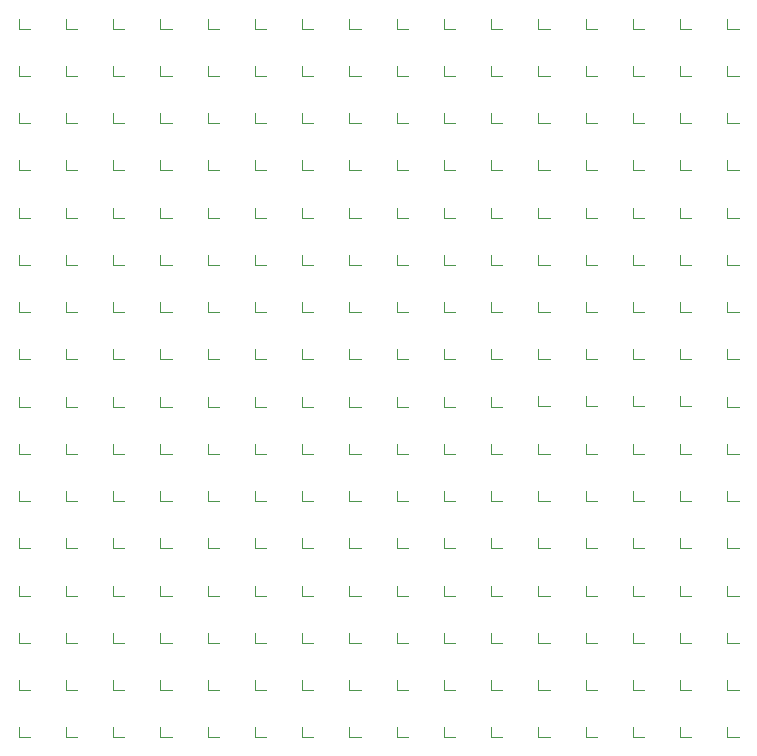
<source format=gbr>
%TF.GenerationSoftware,KiCad,Pcbnew,7.0.5*%
%TF.CreationDate,2023-09-21T19:27:35-05:00*%
%TF.ProjectId,KiCadPanel,4b694361-6450-4616-9e65-6c2e6b696361,rev?*%
%TF.SameCoordinates,Original*%
%TF.FileFunction,Legend,Bot*%
%TF.FilePolarity,Positive*%
%FSLAX46Y46*%
G04 Gerber Fmt 4.6, Leading zero omitted, Abs format (unit mm)*
G04 Created by KiCad (PCBNEW 7.0.5) date 2023-09-21 19:27:35*
%MOMM*%
%LPD*%
G01*
G04 APERTURE LIST*
%ADD10C,0.100000*%
G04 APERTURE END LIST*
D10*
%TO.C,U169*%
X141560000Y-69070000D02*
X140610000Y-69070000D01*
X140610000Y-68220000D02*
X140610000Y-69070000D01*
%TO.C,U335*%
X117560000Y-109070000D02*
X116610000Y-109070000D01*
X116610000Y-108220000D02*
X116610000Y-109070000D01*
%TO.C,U215*%
X149560000Y-81070000D02*
X148610000Y-81070000D01*
X148610000Y-80220000D02*
X148610000Y-81070000D01*
%TO.C,U205*%
X125560000Y-77070000D02*
X124610000Y-77070000D01*
X124610000Y-76220000D02*
X124610000Y-77070000D01*
%TO.C,U165*%
X157560000Y-69070000D02*
X156610000Y-69070000D01*
X156610000Y-68220000D02*
X156610000Y-69070000D01*
%TO.C,U118*%
X153560000Y-57070000D02*
X152610000Y-57070000D01*
X152610000Y-56220000D02*
X152610000Y-57070000D01*
%TO.C,U274*%
X105560000Y-93070000D02*
X104610000Y-93070000D01*
X104610000Y-92220000D02*
X104610000Y-93070000D01*
%TO.C,U331*%
X133560000Y-109070000D02*
X132610000Y-109070000D01*
X132610000Y-108220000D02*
X132610000Y-109070000D01*
%TO.C,U113*%
X109560000Y-53070000D02*
X108610000Y-53070000D01*
X108610000Y-52220000D02*
X108610000Y-53070000D01*
%TO.C,U227*%
X101560000Y-81070000D02*
X100610000Y-81070000D01*
X100610000Y-80220000D02*
X100610000Y-81070000D01*
%TO.C,U155*%
X133560000Y-65070000D02*
X132610000Y-65070000D01*
X132610000Y-64220000D02*
X132610000Y-65070000D01*
%TO.C,U319*%
X117560000Y-105070000D02*
X116610000Y-105070000D01*
X116610000Y-104220000D02*
X116610000Y-105070000D01*
%TO.C,U123*%
X133560000Y-57070000D02*
X132610000Y-57070000D01*
X132610000Y-56220000D02*
X132610000Y-57070000D01*
%TO.C,U261*%
X157560000Y-93070000D02*
X156610000Y-93070000D01*
X156610000Y-92220000D02*
X156610000Y-93070000D01*
%TO.C,U271*%
X117560000Y-93070000D02*
X116610000Y-93070000D01*
X116610000Y-92220000D02*
X116610000Y-93070000D01*
%TO.C,U353*%
X109560000Y-113070000D02*
X108610000Y-113070000D01*
X108610000Y-112220000D02*
X108610000Y-113070000D01*
%TO.C,U219*%
X133560000Y-81070000D02*
X132610000Y-81070000D01*
X132610000Y-80220000D02*
X132610000Y-81070000D01*
%TO.C,U210*%
X105560000Y-77070000D02*
X104610000Y-77070000D01*
X104610000Y-76220000D02*
X104610000Y-77070000D01*
%TO.C,U350*%
X121560000Y-113070000D02*
X120610000Y-113070000D01*
X120610000Y-112220000D02*
X120610000Y-113070000D01*
%TO.C,U160*%
X113560000Y-65070000D02*
X112610000Y-65070000D01*
X112610000Y-64220000D02*
X112610000Y-65070000D01*
%TO.C,U243*%
X101560000Y-85070000D02*
X100610000Y-85070000D01*
X100610000Y-84220000D02*
X100610000Y-85070000D01*
%TO.C,U174*%
X121560000Y-69070000D02*
X120610000Y-69070000D01*
X120610000Y-68220000D02*
X120610000Y-69070000D01*
%TO.C,U299*%
X133560000Y-101070000D02*
X132610000Y-101070000D01*
X132610000Y-100220000D02*
X132610000Y-101070000D01*
%TO.C,U229*%
X157560000Y-85050000D02*
X156610000Y-85050000D01*
X156610000Y-84200000D02*
X156610000Y-85050000D01*
%TO.C,U122*%
X137560000Y-57070000D02*
X136610000Y-57070000D01*
X136610000Y-56220000D02*
X136610000Y-57070000D01*
%TO.C,U298*%
X137560000Y-101070000D02*
X136610000Y-101070000D01*
X136610000Y-100220000D02*
X136610000Y-101070000D01*
%TO.C,U286*%
X121560000Y-97070000D02*
X120610000Y-97070000D01*
X120610000Y-96220000D02*
X120610000Y-97070000D01*
%TO.C,U116*%
X161560000Y-57070000D02*
X160610000Y-57070000D01*
X160610000Y-56220000D02*
X160610000Y-57070000D01*
%TO.C,U256*%
X113560000Y-89070000D02*
X112610000Y-89070000D01*
X112610000Y-88220000D02*
X112610000Y-89070000D01*
%TO.C,U323*%
X101560000Y-105070000D02*
X100610000Y-105070000D01*
X100610000Y-104220000D02*
X100610000Y-105070000D01*
%TO.C,U157*%
X125560000Y-65070000D02*
X124610000Y-65070000D01*
X124610000Y-64220000D02*
X124610000Y-65070000D01*
%TO.C,U287*%
X117560000Y-97070000D02*
X116610000Y-97070000D01*
X116610000Y-96220000D02*
X116610000Y-97070000D01*
%TO.C,U324*%
X161560000Y-109070000D02*
X160610000Y-109070000D01*
X160610000Y-108220000D02*
X160610000Y-109070000D01*
%TO.C,U212*%
X161560000Y-81070000D02*
X160610000Y-81070000D01*
X160610000Y-80220000D02*
X160610000Y-81070000D01*
%TO.C,U277*%
X157560000Y-97070000D02*
X156610000Y-97070000D01*
X156610000Y-96220000D02*
X156610000Y-97070000D01*
%TO.C,U237*%
X125560000Y-85070000D02*
X124610000Y-85070000D01*
X124610000Y-84220000D02*
X124610000Y-85070000D01*
%TO.C,U101*%
X157560000Y-53070000D02*
X156610000Y-53070000D01*
X156610000Y-52220000D02*
X156610000Y-53070000D01*
%TO.C,U295*%
X149560000Y-101070000D02*
X148610000Y-101070000D01*
X148610000Y-100220000D02*
X148610000Y-101070000D01*
%TO.C,U162*%
X105560000Y-65070000D02*
X104610000Y-65070000D01*
X104610000Y-64220000D02*
X104610000Y-65070000D01*
%TO.C,U230*%
X153560000Y-85050000D02*
X152610000Y-85050000D01*
X152610000Y-84200000D02*
X152610000Y-85050000D01*
%TO.C,U249*%
X141560000Y-89070000D02*
X140610000Y-89070000D01*
X140610000Y-88220000D02*
X140610000Y-89070000D01*
%TO.C,U304*%
X113560000Y-101070000D02*
X112610000Y-101070000D01*
X112610000Y-100220000D02*
X112610000Y-101070000D01*
%TO.C,U234*%
X137560000Y-85070000D02*
X136610000Y-85070000D01*
X136610000Y-84220000D02*
X136610000Y-85070000D01*
%TO.C,U131*%
X101560000Y-57070000D02*
X100610000Y-57070000D01*
X100610000Y-56220000D02*
X100610000Y-57070000D01*
%TO.C,U321*%
X109560000Y-105070000D02*
X108610000Y-105070000D01*
X108610000Y-104220000D02*
X108610000Y-105070000D01*
%TO.C,U262*%
X153560000Y-93070000D02*
X152610000Y-93070000D01*
X152610000Y-92220000D02*
X152610000Y-93070000D01*
%TO.C,U170*%
X137560000Y-69070000D02*
X136610000Y-69070000D01*
X136610000Y-68220000D02*
X136610000Y-69070000D01*
%TO.C,U269*%
X125560000Y-93070000D02*
X124610000Y-93070000D01*
X124610000Y-92220000D02*
X124610000Y-93070000D01*
%TO.C,U218*%
X137560000Y-81070000D02*
X136610000Y-81070000D01*
X136610000Y-80220000D02*
X136610000Y-81070000D01*
%TO.C,U129*%
X109560000Y-57070000D02*
X108610000Y-57070000D01*
X108610000Y-56220000D02*
X108610000Y-57070000D01*
%TO.C,U103*%
X149560000Y-53070000D02*
X148610000Y-53070000D01*
X148610000Y-52220000D02*
X148610000Y-53070000D01*
%TO.C,U302*%
X121560000Y-101070000D02*
X120610000Y-101070000D01*
X120610000Y-100220000D02*
X120610000Y-101070000D01*
%TO.C,U228*%
X161560000Y-85070000D02*
X160610000Y-85070000D01*
X160610000Y-84220000D02*
X160610000Y-85070000D01*
%TO.C,U329*%
X141560000Y-109070000D02*
X140610000Y-109070000D01*
X140610000Y-108220000D02*
X140610000Y-109070000D01*
%TO.C,U192*%
X113560000Y-73070000D02*
X112610000Y-73070000D01*
X112610000Y-72220000D02*
X112610000Y-73070000D01*
%TO.C,U314*%
X137560000Y-105070000D02*
X136610000Y-105070000D01*
X136610000Y-104220000D02*
X136610000Y-105070000D01*
%TO.C,U245*%
X157560000Y-89070000D02*
X156610000Y-89070000D01*
X156610000Y-88220000D02*
X156610000Y-89070000D01*
%TO.C,U168*%
X145560000Y-69070000D02*
X144610000Y-69070000D01*
X144610000Y-68220000D02*
X144610000Y-69070000D01*
%TO.C,U150*%
X153560000Y-65070000D02*
X152610000Y-65070000D01*
X152610000Y-64220000D02*
X152610000Y-65070000D01*
%TO.C,U166*%
X153560000Y-69070000D02*
X152610000Y-69070000D01*
X152610000Y-68220000D02*
X152610000Y-69070000D01*
%TO.C,U121*%
X141560000Y-57070000D02*
X140610000Y-57070000D01*
X140610000Y-56220000D02*
X140610000Y-57070000D01*
%TO.C,U344*%
X145560000Y-113070000D02*
X144610000Y-113070000D01*
X144610000Y-112220000D02*
X144610000Y-113070000D01*
%TO.C,U280*%
X145560000Y-97070000D02*
X144610000Y-97070000D01*
X144610000Y-96220000D02*
X144610000Y-97070000D01*
%TO.C,U179*%
X101560000Y-69070000D02*
X100610000Y-69070000D01*
X100610000Y-68220000D02*
X100610000Y-69070000D01*
%TO.C,U316*%
X129560000Y-105070000D02*
X128610000Y-105070000D01*
X128610000Y-104220000D02*
X128610000Y-105070000D01*
%TO.C,U272*%
X113560000Y-93070000D02*
X112610000Y-93070000D01*
X112610000Y-92220000D02*
X112610000Y-93070000D01*
%TO.C,U293*%
X157560000Y-101070000D02*
X156610000Y-101070000D01*
X156610000Y-100220000D02*
X156610000Y-101070000D01*
%TO.C,U167*%
X149560000Y-69070000D02*
X148610000Y-69070000D01*
X148610000Y-68220000D02*
X148610000Y-69070000D01*
%TO.C,U270*%
X121560000Y-93070000D02*
X120610000Y-93070000D01*
X120610000Y-92220000D02*
X120610000Y-93070000D01*
%TO.C,U263*%
X149560000Y-93070000D02*
X148610000Y-93070000D01*
X148610000Y-92220000D02*
X148610000Y-93070000D01*
%TO.C,U186*%
X137560000Y-73070000D02*
X136610000Y-73070000D01*
X136610000Y-72220000D02*
X136610000Y-73070000D01*
%TO.C,U149*%
X157560000Y-65070000D02*
X156610000Y-65070000D01*
X156610000Y-64220000D02*
X156610000Y-65070000D01*
%TO.C,U283*%
X133560000Y-97070000D02*
X132610000Y-97070000D01*
X132610000Y-96220000D02*
X132610000Y-97070000D01*
%TO.C,U240*%
X113560000Y-85070000D02*
X112610000Y-85070000D01*
X112610000Y-84220000D02*
X112610000Y-85070000D01*
%TO.C,U339*%
X101560000Y-109070000D02*
X100610000Y-109070000D01*
X100610000Y-108220000D02*
X100610000Y-109070000D01*
%TO.C,U301*%
X125560000Y-101070000D02*
X124610000Y-101070000D01*
X124610000Y-100220000D02*
X124610000Y-101070000D01*
%TO.C,U199*%
X149560000Y-77070000D02*
X148610000Y-77070000D01*
X148610000Y-76220000D02*
X148610000Y-77070000D01*
%TO.C,U326*%
X153560000Y-109070000D02*
X152610000Y-109070000D01*
X152610000Y-108220000D02*
X152610000Y-109070000D01*
%TO.C,U143*%
X117560000Y-61070000D02*
X116610000Y-61070000D01*
X116610000Y-60220000D02*
X116610000Y-61070000D01*
%TO.C,U140*%
X129560000Y-61070000D02*
X128610000Y-61070000D01*
X128610000Y-60220000D02*
X128610000Y-61070000D01*
%TO.C,U305*%
X109560000Y-101070000D02*
X108610000Y-101070000D01*
X108610000Y-100220000D02*
X108610000Y-101070000D01*
%TO.C,U311*%
X149560000Y-105070000D02*
X148610000Y-105070000D01*
X148610000Y-104220000D02*
X148610000Y-105070000D01*
%TO.C,U148*%
X161560000Y-65070000D02*
X160610000Y-65070000D01*
X160610000Y-64220000D02*
X160610000Y-65070000D01*
%TO.C,U318*%
X121560000Y-105070000D02*
X120610000Y-105070000D01*
X120610000Y-104220000D02*
X120610000Y-105070000D01*
%TO.C,U246*%
X153560000Y-89070000D02*
X152610000Y-89070000D01*
X152610000Y-88220000D02*
X152610000Y-89070000D01*
%TO.C,U173*%
X125560000Y-69070000D02*
X124610000Y-69070000D01*
X124610000Y-68220000D02*
X124610000Y-69070000D01*
%TO.C,U325*%
X157560000Y-109070000D02*
X156610000Y-109070000D01*
X156610000Y-108220000D02*
X156610000Y-109070000D01*
%TO.C,U257*%
X109560000Y-89070000D02*
X108610000Y-89070000D01*
X108610000Y-88220000D02*
X108610000Y-89070000D01*
%TO.C,U349*%
X125560000Y-113070000D02*
X124610000Y-113070000D01*
X124610000Y-112220000D02*
X124610000Y-113070000D01*
%TO.C,U222*%
X121560000Y-81070000D02*
X120610000Y-81070000D01*
X120610000Y-80220000D02*
X120610000Y-81070000D01*
%TO.C,U322*%
X105560000Y-105070000D02*
X104610000Y-105070000D01*
X104610000Y-104220000D02*
X104610000Y-105070000D01*
%TO.C,U108*%
X129560000Y-53070000D02*
X128610000Y-53070000D01*
X128610000Y-52220000D02*
X128610000Y-53070000D01*
%TO.C,U241*%
X109560000Y-85070000D02*
X108610000Y-85070000D01*
X108610000Y-84220000D02*
X108610000Y-85070000D01*
%TO.C,U346*%
X137560000Y-113070000D02*
X136610000Y-113070000D01*
X136610000Y-112220000D02*
X136610000Y-113070000D01*
%TO.C,U268*%
X129560000Y-93070000D02*
X128610000Y-93070000D01*
X128610000Y-92220000D02*
X128610000Y-93070000D01*
%TO.C,U145*%
X109560000Y-61070000D02*
X108610000Y-61070000D01*
X108610000Y-60220000D02*
X108610000Y-61070000D01*
%TO.C,U185*%
X141560000Y-73070000D02*
X140610000Y-73070000D01*
X140610000Y-72220000D02*
X140610000Y-73070000D01*
%TO.C,U291*%
X101560000Y-97070000D02*
X100610000Y-97070000D01*
X100610000Y-96220000D02*
X100610000Y-97070000D01*
%TO.C,U161*%
X109560000Y-65070000D02*
X108610000Y-65070000D01*
X108610000Y-64220000D02*
X108610000Y-65070000D01*
%TO.C,U288*%
X113560000Y-97070000D02*
X112610000Y-97070000D01*
X112610000Y-96220000D02*
X112610000Y-97070000D01*
%TO.C,U196*%
X161560000Y-77070000D02*
X160610000Y-77070000D01*
X160610000Y-76220000D02*
X160610000Y-77070000D01*
%TO.C,U217*%
X141560000Y-81070000D02*
X140610000Y-81070000D01*
X140610000Y-80220000D02*
X140610000Y-81070000D01*
%TO.C,U276*%
X161560000Y-97070000D02*
X160610000Y-97070000D01*
X160610000Y-96220000D02*
X160610000Y-97070000D01*
%TO.C,U175*%
X117560000Y-69070000D02*
X116610000Y-69070000D01*
X116610000Y-68220000D02*
X116610000Y-69070000D01*
%TO.C,U209*%
X109560000Y-77070000D02*
X108610000Y-77070000D01*
X108610000Y-76220000D02*
X108610000Y-77070000D01*
%TO.C,U279*%
X149560000Y-97070000D02*
X148610000Y-97070000D01*
X148610000Y-96220000D02*
X148610000Y-97070000D01*
%TO.C,U153*%
X141560000Y-65070000D02*
X140610000Y-65070000D01*
X140610000Y-64220000D02*
X140610000Y-65070000D01*
%TO.C,U176*%
X113560000Y-69070000D02*
X112610000Y-69070000D01*
X112610000Y-68220000D02*
X112610000Y-69070000D01*
%TO.C,U255*%
X117560000Y-89070000D02*
X116610000Y-89070000D01*
X116610000Y-88220000D02*
X116610000Y-89070000D01*
%TO.C,U285*%
X125560000Y-97070000D02*
X124610000Y-97070000D01*
X124610000Y-96220000D02*
X124610000Y-97070000D01*
%TO.C,U235*%
X133560000Y-85070000D02*
X132610000Y-85070000D01*
X132610000Y-84220000D02*
X132610000Y-85070000D01*
%TO.C,U102*%
X153560000Y-53070000D02*
X152610000Y-53070000D01*
X152610000Y-52220000D02*
X152610000Y-53070000D01*
%TO.C,U138*%
X137560000Y-61070000D02*
X136610000Y-61070000D01*
X136610000Y-60220000D02*
X136610000Y-61070000D01*
%TO.C,U134*%
X153560000Y-61070000D02*
X152610000Y-61070000D01*
X152610000Y-60220000D02*
X152610000Y-61070000D01*
%TO.C,U105*%
X141560000Y-53070000D02*
X140610000Y-53070000D01*
X140610000Y-52220000D02*
X140610000Y-53070000D01*
%TO.C,U242*%
X105560000Y-85070000D02*
X104610000Y-85070000D01*
X104610000Y-84220000D02*
X104610000Y-85070000D01*
%TO.C,U133*%
X157560000Y-61070000D02*
X156610000Y-61070000D01*
X156610000Y-60220000D02*
X156610000Y-61070000D01*
%TO.C,U307*%
X101560000Y-101070000D02*
X100610000Y-101070000D01*
X100610000Y-100220000D02*
X100610000Y-101070000D01*
%TO.C,U197*%
X157560000Y-77070000D02*
X156610000Y-77070000D01*
X156610000Y-76220000D02*
X156610000Y-77070000D01*
%TO.C,U195*%
X101560000Y-73070000D02*
X100610000Y-73070000D01*
X100610000Y-72220000D02*
X100610000Y-73070000D01*
%TO.C,U163*%
X101560000Y-65070000D02*
X100610000Y-65070000D01*
X100610000Y-64220000D02*
X100610000Y-65070000D01*
%TO.C,U132*%
X161560000Y-61070000D02*
X160610000Y-61070000D01*
X160610000Y-60220000D02*
X160610000Y-61070000D01*
%TO.C,U252*%
X129560000Y-89070000D02*
X128610000Y-89070000D01*
X128610000Y-88220000D02*
X128610000Y-89070000D01*
%TO.C,U180*%
X161560000Y-73070000D02*
X160610000Y-73070000D01*
X160610000Y-72220000D02*
X160610000Y-73070000D01*
%TO.C,U236*%
X129560000Y-85070000D02*
X128610000Y-85070000D01*
X128610000Y-84220000D02*
X128610000Y-85070000D01*
%TO.C,U202*%
X137560000Y-77070000D02*
X136610000Y-77070000D01*
X136610000Y-76220000D02*
X136610000Y-77070000D01*
%TO.C,U225*%
X109560000Y-81070000D02*
X108610000Y-81070000D01*
X108610000Y-80220000D02*
X108610000Y-81070000D01*
%TO.C,U330*%
X137560000Y-109070000D02*
X136610000Y-109070000D01*
X136610000Y-108220000D02*
X136610000Y-109070000D01*
%TO.C,U156*%
X129560000Y-65070000D02*
X128610000Y-65070000D01*
X128610000Y-64220000D02*
X128610000Y-65070000D01*
%TO.C,U258*%
X105560000Y-89070000D02*
X104610000Y-89070000D01*
X104610000Y-88220000D02*
X104610000Y-89070000D01*
%TO.C,U259*%
X101560000Y-89070000D02*
X100610000Y-89070000D01*
X100610000Y-88220000D02*
X100610000Y-89070000D01*
%TO.C,U233*%
X141560000Y-85070000D02*
X140610000Y-85070000D01*
X140610000Y-84220000D02*
X140610000Y-85070000D01*
%TO.C,U308*%
X161560000Y-105070000D02*
X160610000Y-105070000D01*
X160610000Y-104220000D02*
X160610000Y-105070000D01*
%TO.C,U109*%
X125560000Y-53070000D02*
X124610000Y-53070000D01*
X124610000Y-52220000D02*
X124610000Y-53070000D01*
%TO.C,U104*%
X145560000Y-53070000D02*
X144610000Y-53070000D01*
X144610000Y-52220000D02*
X144610000Y-53070000D01*
%TO.C,U342*%
X153560000Y-113070000D02*
X152610000Y-113070000D01*
X152610000Y-112220000D02*
X152610000Y-113070000D01*
%TO.C,U137*%
X141560000Y-61070000D02*
X140610000Y-61070000D01*
X140610000Y-60220000D02*
X140610000Y-61070000D01*
%TO.C,U281*%
X141560000Y-97070000D02*
X140610000Y-97070000D01*
X140610000Y-96220000D02*
X140610000Y-97070000D01*
%TO.C,U200*%
X145560000Y-77070000D02*
X144610000Y-77070000D01*
X144610000Y-76220000D02*
X144610000Y-77070000D01*
%TO.C,U289*%
X109560000Y-97070000D02*
X108610000Y-97070000D01*
X108610000Y-96220000D02*
X108610000Y-97070000D01*
%TO.C,U139*%
X133560000Y-61070000D02*
X132610000Y-61070000D01*
X132610000Y-60220000D02*
X132610000Y-61070000D01*
%TO.C,U226*%
X105560000Y-81070000D02*
X104610000Y-81070000D01*
X104610000Y-80220000D02*
X104610000Y-81070000D01*
%TO.C,U204*%
X129560000Y-77070000D02*
X128610000Y-77070000D01*
X128610000Y-76220000D02*
X128610000Y-77070000D01*
%TO.C,U315*%
X133560000Y-105070000D02*
X132610000Y-105070000D01*
X132610000Y-104220000D02*
X132610000Y-105070000D01*
%TO.C,U178*%
X105560000Y-69070000D02*
X104610000Y-69070000D01*
X104610000Y-68220000D02*
X104610000Y-69070000D01*
%TO.C,U337*%
X109560000Y-109070000D02*
X108610000Y-109070000D01*
X108610000Y-108220000D02*
X108610000Y-109070000D01*
%TO.C,U107*%
X133560000Y-53070000D02*
X132610000Y-53070000D01*
X132610000Y-52220000D02*
X132610000Y-53070000D01*
%TO.C,U312*%
X145560000Y-105070000D02*
X144610000Y-105070000D01*
X144610000Y-104220000D02*
X144610000Y-105070000D01*
%TO.C,U267*%
X133560000Y-93070000D02*
X132610000Y-93070000D01*
X132610000Y-92220000D02*
X132610000Y-93070000D01*
%TO.C,U110*%
X121560000Y-53070000D02*
X120610000Y-53070000D01*
X120610000Y-52220000D02*
X120610000Y-53070000D01*
%TO.C,U213*%
X157560000Y-81070000D02*
X156610000Y-81070000D01*
X156610000Y-80220000D02*
X156610000Y-81070000D01*
%TO.C,U309*%
X157560000Y-105070000D02*
X156610000Y-105070000D01*
X156610000Y-104220000D02*
X156610000Y-105070000D01*
%TO.C,U198*%
X153560000Y-77070000D02*
X152610000Y-77070000D01*
X152610000Y-76220000D02*
X152610000Y-77070000D01*
%TO.C,U253*%
X125560000Y-89070000D02*
X124610000Y-89070000D01*
X124610000Y-88220000D02*
X124610000Y-89070000D01*
%TO.C,U282*%
X137560000Y-97070000D02*
X136610000Y-97070000D01*
X136610000Y-96220000D02*
X136610000Y-97070000D01*
%TO.C,U183*%
X149560000Y-73070000D02*
X148610000Y-73070000D01*
X148610000Y-72220000D02*
X148610000Y-73070000D01*
%TO.C,U250*%
X137560000Y-89070000D02*
X136610000Y-89070000D01*
X136610000Y-88220000D02*
X136610000Y-89070000D01*
%TO.C,U232*%
X145560000Y-85050000D02*
X144610000Y-85050000D01*
X144610000Y-84200000D02*
X144610000Y-85050000D01*
%TO.C,U117*%
X157560000Y-57070000D02*
X156610000Y-57070000D01*
X156610000Y-56220000D02*
X156610000Y-57070000D01*
%TO.C,U142*%
X121560000Y-61070000D02*
X120610000Y-61070000D01*
X120610000Y-60220000D02*
X120610000Y-61070000D01*
%TO.C,U136*%
X145560000Y-61070000D02*
X144610000Y-61070000D01*
X144610000Y-60220000D02*
X144610000Y-61070000D01*
%TO.C,U265*%
X141560000Y-93070000D02*
X140610000Y-93070000D01*
X140610000Y-92220000D02*
X140610000Y-93070000D01*
%TO.C,U273*%
X109560000Y-93070000D02*
X108610000Y-93070000D01*
X108610000Y-92220000D02*
X108610000Y-93070000D01*
%TO.C,U220*%
X129560000Y-81070000D02*
X128610000Y-81070000D01*
X128610000Y-80220000D02*
X128610000Y-81070000D01*
%TO.C,U158*%
X121560000Y-65070000D02*
X120610000Y-65070000D01*
X120610000Y-64220000D02*
X120610000Y-65070000D01*
%TO.C,U144*%
X113560000Y-61070000D02*
X112610000Y-61070000D01*
X112610000Y-60220000D02*
X112610000Y-61070000D01*
%TO.C,U239*%
X117560000Y-85070000D02*
X116610000Y-85070000D01*
X116610000Y-84220000D02*
X116610000Y-85070000D01*
%TO.C,U135*%
X149560000Y-61070000D02*
X148610000Y-61070000D01*
X148610000Y-60220000D02*
X148610000Y-61070000D01*
%TO.C,U264*%
X145560000Y-93070000D02*
X144610000Y-93070000D01*
X144610000Y-92220000D02*
X144610000Y-93070000D01*
%TO.C,U188*%
X129560000Y-73070000D02*
X128610000Y-73070000D01*
X128610000Y-72220000D02*
X128610000Y-73070000D01*
%TO.C,U146*%
X105560000Y-61070000D02*
X104610000Y-61070000D01*
X104610000Y-60220000D02*
X104610000Y-61070000D01*
%TO.C,U207*%
X117560000Y-77070000D02*
X116610000Y-77070000D01*
X116610000Y-76220000D02*
X116610000Y-77070000D01*
%TO.C,U223*%
X117560000Y-81070000D02*
X116610000Y-81070000D01*
X116610000Y-80220000D02*
X116610000Y-81070000D01*
%TO.C,U164*%
X161560000Y-69070000D02*
X160610000Y-69070000D01*
X160610000Y-68220000D02*
X160610000Y-69070000D01*
%TO.C,U124*%
X129560000Y-57070000D02*
X128610000Y-57070000D01*
X128610000Y-56220000D02*
X128610000Y-57070000D01*
%TO.C,U201*%
X141560000Y-77070000D02*
X140610000Y-77070000D01*
X140610000Y-76220000D02*
X140610000Y-77070000D01*
%TO.C,U352*%
X113560000Y-113070000D02*
X112610000Y-113070000D01*
X112610000Y-112220000D02*
X112610000Y-113070000D01*
%TO.C,U333*%
X125560000Y-109070000D02*
X124610000Y-109070000D01*
X124610000Y-108220000D02*
X124610000Y-109070000D01*
%TO.C,U340*%
X161560000Y-113070000D02*
X160610000Y-113070000D01*
X160610000Y-112220000D02*
X160610000Y-113070000D01*
%TO.C,U111*%
X117560000Y-53070000D02*
X116610000Y-53070000D01*
X116610000Y-52220000D02*
X116610000Y-53070000D01*
%TO.C,U328*%
X145560000Y-109070000D02*
X144610000Y-109070000D01*
X144610000Y-108220000D02*
X144610000Y-109070000D01*
%TO.C,U177*%
X109560000Y-69070000D02*
X108610000Y-69070000D01*
X108610000Y-68220000D02*
X108610000Y-69070000D01*
%TO.C,U341*%
X157560000Y-113070000D02*
X156610000Y-113070000D01*
X156610000Y-112220000D02*
X156610000Y-113070000D01*
%TO.C,U224*%
X113560000Y-81070000D02*
X112610000Y-81070000D01*
X112610000Y-80220000D02*
X112610000Y-81070000D01*
%TO.C,U260*%
X161560000Y-93070000D02*
X160610000Y-93070000D01*
X160610000Y-92220000D02*
X160610000Y-93070000D01*
%TO.C,U115*%
X101560000Y-53070000D02*
X100610000Y-53070000D01*
X100610000Y-52220000D02*
X100610000Y-53070000D01*
%TO.C,U248*%
X145560000Y-89070000D02*
X144610000Y-89070000D01*
X144610000Y-88220000D02*
X144610000Y-89070000D01*
%TO.C,U127*%
X117560000Y-57070000D02*
X116610000Y-57070000D01*
X116610000Y-56220000D02*
X116610000Y-57070000D01*
%TO.C,U151*%
X149560000Y-65070000D02*
X148610000Y-65070000D01*
X148610000Y-64220000D02*
X148610000Y-65070000D01*
%TO.C,U294*%
X153560000Y-101070000D02*
X152610000Y-101070000D01*
X152610000Y-100220000D02*
X152610000Y-101070000D01*
%TO.C,U152*%
X145560000Y-65070000D02*
X144610000Y-65070000D01*
X144610000Y-64220000D02*
X144610000Y-65070000D01*
%TO.C,U290*%
X105560000Y-97070000D02*
X104610000Y-97070000D01*
X104610000Y-96220000D02*
X104610000Y-97070000D01*
%TO.C,U296*%
X145560000Y-101070000D02*
X144610000Y-101070000D01*
X144610000Y-100220000D02*
X144610000Y-101070000D01*
%TO.C,U284*%
X129560000Y-97070000D02*
X128610000Y-97070000D01*
X128610000Y-96220000D02*
X128610000Y-97070000D01*
%TO.C,U244*%
X161560000Y-89070000D02*
X160610000Y-89070000D01*
X160610000Y-88220000D02*
X160610000Y-89070000D01*
%TO.C,U231*%
X149560000Y-85050000D02*
X148610000Y-85050000D01*
X148610000Y-84200000D02*
X148610000Y-85050000D01*
%TO.C,U120*%
X145560000Y-57070000D02*
X144610000Y-57070000D01*
X144610000Y-56220000D02*
X144610000Y-57070000D01*
%TO.C,U203*%
X133560000Y-77070000D02*
X132610000Y-77070000D01*
X132610000Y-76220000D02*
X132610000Y-77070000D01*
%TO.C,U114*%
X105560000Y-53070000D02*
X104610000Y-53070000D01*
X104610000Y-52220000D02*
X104610000Y-53070000D01*
%TO.C,U191*%
X117560000Y-73070000D02*
X116610000Y-73070000D01*
X116610000Y-72220000D02*
X116610000Y-73070000D01*
%TO.C,U327*%
X149560000Y-109070000D02*
X148610000Y-109070000D01*
X148610000Y-108220000D02*
X148610000Y-109070000D01*
%TO.C,U332*%
X129560000Y-109070000D02*
X128610000Y-109070000D01*
X128610000Y-108220000D02*
X128610000Y-109070000D01*
%TO.C,U348*%
X129560000Y-113070000D02*
X128610000Y-113070000D01*
X128610000Y-112220000D02*
X128610000Y-113070000D01*
%TO.C,U119*%
X149560000Y-57070000D02*
X148610000Y-57070000D01*
X148610000Y-56220000D02*
X148610000Y-57070000D01*
%TO.C,U171*%
X133560000Y-69070000D02*
X132610000Y-69070000D01*
X132610000Y-68220000D02*
X132610000Y-69070000D01*
%TO.C,U355*%
X101560000Y-113070000D02*
X100610000Y-113070000D01*
X100610000Y-112220000D02*
X100610000Y-113070000D01*
%TO.C,U187*%
X133560000Y-73070000D02*
X132610000Y-73070000D01*
X132610000Y-72220000D02*
X132610000Y-73070000D01*
%TO.C,U141*%
X125560000Y-61070000D02*
X124610000Y-61070000D01*
X124610000Y-60220000D02*
X124610000Y-61070000D01*
%TO.C,U211*%
X101560000Y-77070000D02*
X100610000Y-77070000D01*
X100610000Y-76220000D02*
X100610000Y-77070000D01*
%TO.C,U189*%
X125560000Y-73070000D02*
X124610000Y-73070000D01*
X124610000Y-72220000D02*
X124610000Y-73070000D01*
%TO.C,U154*%
X137560000Y-65070000D02*
X136610000Y-65070000D01*
X136610000Y-64220000D02*
X136610000Y-65070000D01*
%TO.C,U292*%
X161560000Y-101070000D02*
X160610000Y-101070000D01*
X160610000Y-100220000D02*
X160610000Y-101070000D01*
%TO.C,U130*%
X105560000Y-57070000D02*
X104610000Y-57070000D01*
X104610000Y-56220000D02*
X104610000Y-57070000D01*
%TO.C,U194*%
X105560000Y-73070000D02*
X104610000Y-73070000D01*
X104610000Y-72220000D02*
X104610000Y-73070000D01*
%TO.C,U182*%
X153560000Y-73070000D02*
X152610000Y-73070000D01*
X152610000Y-72220000D02*
X152610000Y-73070000D01*
%TO.C,U159*%
X117560000Y-65070000D02*
X116610000Y-65070000D01*
X116610000Y-64220000D02*
X116610000Y-65070000D01*
%TO.C,U128*%
X113560000Y-57070000D02*
X112610000Y-57070000D01*
X112610000Y-56220000D02*
X112610000Y-57070000D01*
%TO.C,U238*%
X121560000Y-85070000D02*
X120610000Y-85070000D01*
X120610000Y-84220000D02*
X120610000Y-85070000D01*
%TO.C,U181*%
X157560000Y-73070000D02*
X156610000Y-73070000D01*
X156610000Y-72220000D02*
X156610000Y-73070000D01*
%TO.C,U208*%
X113560000Y-77070000D02*
X112610000Y-77070000D01*
X112610000Y-76220000D02*
X112610000Y-77070000D01*
%TO.C,U354*%
X105560000Y-113070000D02*
X104610000Y-113070000D01*
X104610000Y-112220000D02*
X104610000Y-113070000D01*
%TO.C,U338*%
X105560000Y-109070000D02*
X104610000Y-109070000D01*
X104610000Y-108220000D02*
X104610000Y-109070000D01*
%TO.C,U334*%
X121560000Y-109070000D02*
X120610000Y-109070000D01*
X120610000Y-108220000D02*
X120610000Y-109070000D01*
%TO.C,U297*%
X141560000Y-101070000D02*
X140610000Y-101070000D01*
X140610000Y-100220000D02*
X140610000Y-101070000D01*
%TO.C,U126*%
X121560000Y-57070000D02*
X120610000Y-57070000D01*
X120610000Y-56220000D02*
X120610000Y-57070000D01*
%TO.C,U320*%
X113560000Y-105070000D02*
X112610000Y-105070000D01*
X112610000Y-104220000D02*
X112610000Y-105070000D01*
%TO.C,U310*%
X153560000Y-105070000D02*
X152610000Y-105070000D01*
X152610000Y-104220000D02*
X152610000Y-105070000D01*
%TO.C,U221*%
X125560000Y-81070000D02*
X124610000Y-81070000D01*
X124610000Y-80220000D02*
X124610000Y-81070000D01*
%TO.C,U275*%
X101560000Y-93070000D02*
X100610000Y-93070000D01*
X100610000Y-92220000D02*
X100610000Y-93070000D01*
%TO.C,U266*%
X137560000Y-93070000D02*
X136610000Y-93070000D01*
X136610000Y-92220000D02*
X136610000Y-93070000D01*
%TO.C,U184*%
X145560000Y-73070000D02*
X144610000Y-73070000D01*
X144610000Y-72220000D02*
X144610000Y-73070000D01*
%TO.C,U172*%
X129560000Y-69070000D02*
X128610000Y-69070000D01*
X128610000Y-68220000D02*
X128610000Y-69070000D01*
%TO.C,U303*%
X117560000Y-101070000D02*
X116610000Y-101070000D01*
X116610000Y-100220000D02*
X116610000Y-101070000D01*
%TO.C,U190*%
X121560000Y-73070000D02*
X120610000Y-73070000D01*
X120610000Y-72220000D02*
X120610000Y-73070000D01*
%TO.C,U300*%
X129560000Y-101070000D02*
X128610000Y-101070000D01*
X128610000Y-100220000D02*
X128610000Y-101070000D01*
%TO.C,U216*%
X145560000Y-81070000D02*
X144610000Y-81070000D01*
X144610000Y-80220000D02*
X144610000Y-81070000D01*
%TO.C,U125*%
X125560000Y-57070000D02*
X124610000Y-57070000D01*
X124610000Y-56220000D02*
X124610000Y-57070000D01*
%TO.C,U343*%
X149560000Y-113070000D02*
X148610000Y-113070000D01*
X148610000Y-112220000D02*
X148610000Y-113070000D01*
%TO.C,U306*%
X105560000Y-101070000D02*
X104610000Y-101070000D01*
X104610000Y-100220000D02*
X104610000Y-101070000D01*
%TO.C,U214*%
X153560000Y-81070000D02*
X152610000Y-81070000D01*
X152610000Y-80220000D02*
X152610000Y-81070000D01*
%TO.C,U254*%
X121560000Y-89070000D02*
X120610000Y-89070000D01*
X120610000Y-88220000D02*
X120610000Y-89070000D01*
%TO.C,U193*%
X109560000Y-73070000D02*
X108610000Y-73070000D01*
X108610000Y-72220000D02*
X108610000Y-73070000D01*
%TO.C,U336*%
X113560000Y-109070000D02*
X112610000Y-109070000D01*
X112610000Y-108220000D02*
X112610000Y-109070000D01*
%TO.C,U351*%
X117560000Y-113070000D02*
X116610000Y-113070000D01*
X116610000Y-112220000D02*
X116610000Y-113070000D01*
%TO.C,U100*%
X161560000Y-53070000D02*
X160610000Y-53070000D01*
X160610000Y-52220000D02*
X160610000Y-53070000D01*
%TO.C,U251*%
X133560000Y-89070000D02*
X132610000Y-89070000D01*
X132610000Y-88220000D02*
X132610000Y-89070000D01*
%TO.C,U112*%
X113560000Y-53070000D02*
X112610000Y-53070000D01*
X112610000Y-52220000D02*
X112610000Y-53070000D01*
%TO.C,U317*%
X125560000Y-105070000D02*
X124610000Y-105070000D01*
X124610000Y-104220000D02*
X124610000Y-105070000D01*
%TO.C,U347*%
X133560000Y-113070000D02*
X132610000Y-113070000D01*
X132610000Y-112220000D02*
X132610000Y-113070000D01*
%TO.C,U247*%
X149560000Y-89070000D02*
X148610000Y-89070000D01*
X148610000Y-88220000D02*
X148610000Y-89070000D01*
%TO.C,U313*%
X141560000Y-105070000D02*
X140610000Y-105070000D01*
X140610000Y-104220000D02*
X140610000Y-105070000D01*
%TO.C,U206*%
X121560000Y-77070000D02*
X120610000Y-77070000D01*
X120610000Y-76220000D02*
X120610000Y-77070000D01*
%TO.C,U345*%
X141560000Y-113070000D02*
X140610000Y-113070000D01*
X140610000Y-112220000D02*
X140610000Y-113070000D01*
%TO.C,U147*%
X101560000Y-61070000D02*
X100610000Y-61070000D01*
X100610000Y-60220000D02*
X100610000Y-61070000D01*
%TO.C,U106*%
X137560000Y-53070000D02*
X136610000Y-53070000D01*
X136610000Y-52220000D02*
X136610000Y-53070000D01*
%TO.C,U278*%
X153560000Y-97070000D02*
X152610000Y-97070000D01*
X152610000Y-96220000D02*
X152610000Y-97070000D01*
%TD*%
M02*

</source>
